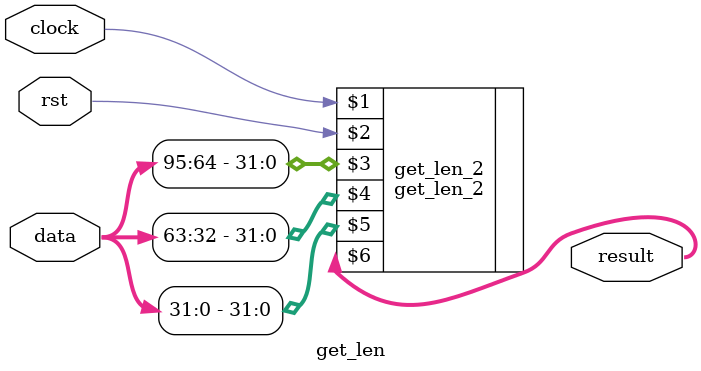
<source format=v>
/**************************************
**************************************/

module get_len
(
	input clock,
	input rst,
	input [95:0] data,
	output [31:0] result
);


 get_len_2 get_len_2(
		clock,    //    clk.clk
		rst, // areset.reset
		data[95:64],      //      a.a
		data[63:32],      //      b.b
		data[31:0],      //      c.c
		result     //      q.q
	);

	
/*

wire [31:0] rest1;
wire [31:0] rest2;
wire [31:0] rest3;
wire [31:0] add1;
wire [31:0] add2;


fp_mult mult1(
	.clock(clock),
	.dataa(data[95:64]),
	.datab(data[95:64]),
	.result(rest1)
	
);

fp_mult mult2(
	.clock(clock),
	.dataa(data[63:32]),
	.datab(data[63:32]),
	.result(rest2)
	
);

fp_mult mult3(
	.clock(clock),
	.dataa(data[31:0]),
	.datab(data[31:0]),
	.result(rest3)
	
);

wire [31:0] rest3_r;
syn_fifo #(32, 14) f3(clock, rst, rest3, rest3_r);
	
	
fp_add adder1(
	clock,
	rest1,
	rest2,
	add1);
	
fp_add adder2(
	clock,
	rest3_r,
	add1,
	add2);

fp_sqrt sqrt1(
	clock,
	add2,
	result);	
*/
endmodule 
</source>
